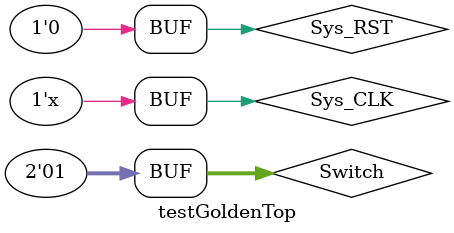
<source format=v>
`timescale 1us/1ns
module GoldenTop(
     input Sys_CLK,
	 input Sys_RST,
	 input [1:0]Key,
	 output [7:0]SEG,
	 output [1:0]COM,
	 output [3:0]LED,
     input [1:0]Switch,
     output wire Uart_Tx,
     input wire Uart_Rx

	 );
     wire GlobalRst;
     wire _GlobalRst;
     assign _GlobalRst = Sys_RST;
     assign GlobalRst = ~Sys_RST;
	 
     wire [1:0]stableKey;
     wire [3:0]tDisplayData;
     wire [3:0]scanOutData;
     wire [103:0]lamb;
     wire [7:0]counter;
     wire lambTikTok;
     wire [7:0]counterLiteral;
     	 
     keyStabilizer#(.relaxTimeInMs(250))U1(
         .sysClk(Sys_CLK),
         .sysRst(GlobalRst),
         .rawKey(Key),
         .stableKey(stableKey));
     
     scanComDriver SCD1(
         .sysClk(Sys_CLK),
         .data1(counterLiteral),
         .data2({1'b0,1'b0,lamb,1'b0}),
         .COM(COM),
         .boundedData(SEG));
     
     digitDecoder dDec(
         .data({1'b0,counter}),
         .HEX(counterLiteral));


     clockGenerator cGo(
         .sysClk(Sys_CLK),
         .sysRst(GlobalRst),
         .togglePause(stableKey[0]),
         .manualClk(stableKey[1]),
         .dividerCoeff(Switch),
         .tiktok(lambTikTok)
     );

     //Basic 1: five lamp, use gate level
     lamb5Control l5C(
         .trigger(lambTikTok),
         .sysRst(GlobalRst),
         .lamb(lamb),
         .counter(counter)
     );
     //Basic 2: five lamp, use fsm level
     //lamb5FSMControl l5C(
     //  .trigger(lambTikTok),
     //  .sysRst(GlobalRst),
     //  .lamb(lamb[4:0]),
     //  .counter(counter)
     //  );
     //Basic 3: 100 lamp, use gate level
     //lamb100Control l100c(
     //  .trigger(lambTikTok),
     //  .sysRst(GlobalRst),
     //  .lamb(lamb),
     //  .counter(counter)
     //);
     //extry 1: 100 lamp, use 74160 and specific control logic
     //extraLampControl eLc(
     //  .trigger(lambTikTok),
     //  .sysRst(GlobalRst),
     //  .lamb(lamb),
     //  .counter(counter));
        

     reg LambTxValid;
     wire LambTxReady;
     reg [7:0]LambTxData;
     reg LambSended;
     reg [2:0]LambTxCounter;
     reg [2:0]TxTik;
     wire [1:0]TxFsm;


     Uart UartController1(
         .sysClk(Sys_CLK),
         .sysRst(GlobalRst),
         .Rx(Uart_Rx),
         .Tx(Uart_Tx),
         .TxData(LambTxData),
         .TxData_valid(LambTxValid),
         .TxData_ready(LambTxReady),
         .debugTxFsm(TxFsm),
         .RxData(),
         .RxData_valid(),
         .RxData_ready()
     );
     integer nsIter;

     always @(posedge Sys_CLK or posedge GlobalRst) begin
         if(GlobalRst)begin
             LambTxCounter<=0;
             LambSended<=0;
             LambTxData<=8'hee;
             nsIter<=0;
             TxTik<=0;
         end
         else begin
             if(TxTik!=lambTikTok)begin
                TxTik<=lambTikTok;
                LambSended<=0;
            end

             if(!LambSended)begin
                 LambTxValid<=1;
                 LambSended<=1;
             end
            //for i in range(13,0,-1):
            //    print("%d:LambTxData<=lamb[%d:%d]"%(14-i,i*8-1,i*8-8))
             if(LambTxValid)begin
                 nsIter<=nsIter+1;
                 case(nsIter)
                     0:LambTxData<=counter;
                     1:LambTxData<=lamb[103:96];
                     2:LambTxData<=lamb[95:88];
                     3:LambTxData<=lamb[87:80];
                     4:LambTxData<=lamb[79:72];
                     5:LambTxData<=lamb[71:64];
                     6:LambTxData<=lamb[63:56];
                     7:LambTxData<=lamb[55:48];
                     8:LambTxData<=lamb[47:40];
                     9:LambTxData<=lamb[39:32];
                     10:LambTxData<=lamb[31:24];
                     11:LambTxData<=lamb[23:16];
                     12:LambTxData<=lamb[15:8];
                     13:LambTxData<=lamb[7:0];
                     14:LambTxData<=8'hee;
                     15:begin 
                         LambTxValid<=0;
                         nsIter<=0;
                     end
                 endcase
             end
         end
     end

     assign LED={lambTikTok,TxFsm[1],TxFsm[0],1'b1};
endmodule

module testGoldenTop();

     reg Sys_CLK;
	 reg Sys_RST;
	 reg [1:0]Key;
	 wire [7:0]SEG;
	 wire [1:0]COM;
	 wire [3:0]LED;
     reg [1:0]Switch;
     wire Uart_Tx;
     reg Uart_Rx;
     GoldenTop U1(
         Sys_CLK,
         Sys_RST,
         Key,
         SEG,
         COM,
         LED,
         Switch,
          Uart_Tx,
         Uart_Rx);
     initial begin
         Sys_RST=0;
         Sys_CLK=0;
         Switch=2'b01;
     end
     always begin
         #0.01
         Sys_CLK=~Sys_CLK;
     end





endmodule 

</source>
